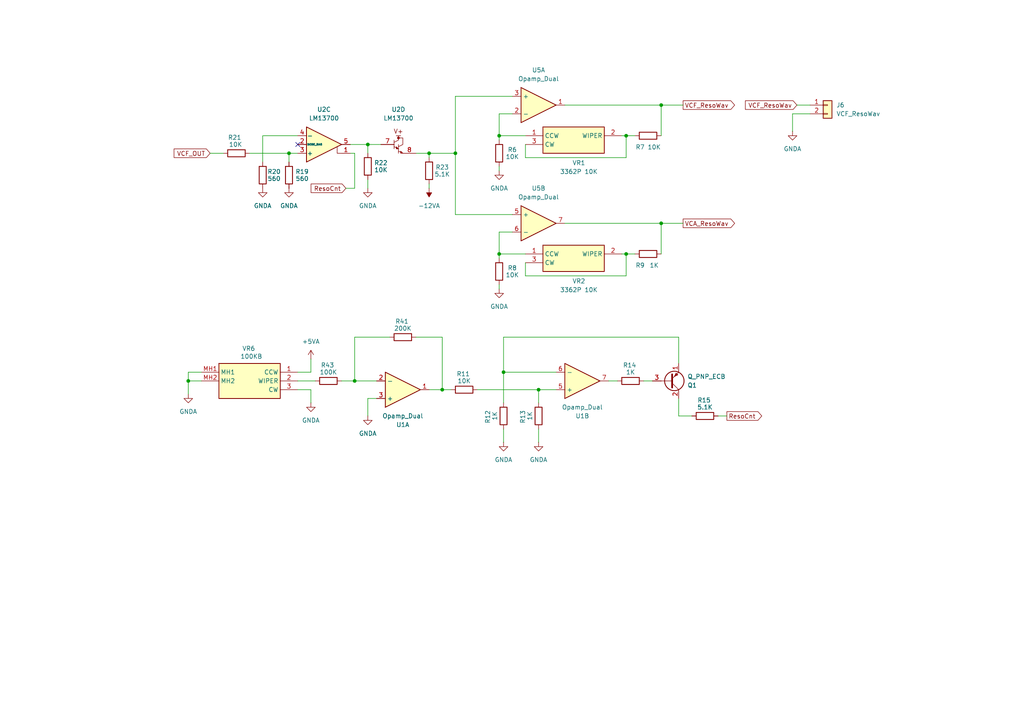
<source format=kicad_sch>
(kicad_sch (version 20250114) (generator "eeschema") (generator_version "9.0")
  (paper "A4")
  (lib_symbols
    (symbol "Amplifier_Operational:LM13700" (pin_names (offset 0.127))
      (property "Reference" "U" (at 3.81 5.08 0))
      (property "Value" "LM13700" (at 5.08 -5.08 0))
      (symbol "LM13700_1_1"
        (polyline (pts (xy 3.81 -0.635) (xy 3.81 -2.54) (xy 5.08 -2.54)))
        (polyline (pts (xy 5.08 0) (xy -5.08 -5.08) (xy -5.08 5.08) (xy 5.08 0)) (stroke (width 0.254)) (fill (type background)))
        (pin input line (at -7.62 2.54 0) (length 2.54) (name "-") (number "13"))
        (pin input line (at -7.62 0 0) (length 2.54) (name "DIODE_BIAS") (number "15"))
        (pin input line (at -7.62 -2.54 0) (length 2.54) (name "+") (number "14"))
        (pin output line (at 7.62 0 180) (length 2.54) (name "~") (number "12"))
        (pin input line (at 7.62 -2.54 180) (length 2.54) (name "~") (number "16"))
      )
      (symbol "LM13700_2_0"
        (polyline (pts (xy -1.905 2.54) (xy -3.175 2.54)))
      )
      (symbol "LM13700_2_1"
        (polyline (pts (xy -3.81 1.27) (xy -3.81 -1.27)))
        (polyline (pts (xy -3.81 0.635) (xy -2.54 1.27) (xy -2.54 1.905) (xy -2.54 2.54)))
        (polyline (pts (xy -3.81 -0.635) (xy -2.54 -1.27)))
        (circle (center -2.54 1.905) (radius 0.254) (stroke (width 0.254)) (fill (type outline)))
        (polyline (pts (xy -2.54 0) (xy -2.54 -2.54)))
        (polyline (pts (xy -2.54 -0.635) (xy -1.27 0) (xy -1.27 1.905) (xy -2.54 1.905)))
        (polyline (pts (xy -2.54 -1.27) (xy -3.175 -0.635) (xy -3.175 -1.27) (xy -2.54 -1.27)) (fill (type outline)))
        (polyline (pts (xy -2.54 -1.905) (xy -1.27 -2.54)))
        (polyline (pts (xy -1.27 -2.54) (xy -1.905 -1.905) (xy -1.905 -2.54) (xy -1.27 -2.54)) (fill (type outline)))
        (text "V+" (at -2.54 3.81 0) (effects (font (size 1.27 1.27))))
        (pin input line (at -7.62 0 0) (length 3.81) (name "~") (number "10"))
        (pin output line (at 2.54 -2.54 180) (length 3.81) (name "~") (number "9"))
      )
      (symbol "LM13700_3_1"
        (polyline (pts (xy 3.81 -0.635) (xy 3.81 -2.54) (xy 5.08 -2.54)))
        (polyline (pts (xy 5.08 0) (xy -5.08 -5.08) (xy -5.08 5.08) (xy 5.08 0)) (stroke (width 0.254)) (fill (type background)))
        (pin input line (at -7.62 2.54 0) (length 2.54) (name "-") (number "4"))
        (pin input line (at -7.62 0 0) (length 2.54) (name "DIODE_BIAS") (number "2"))
        (pin input line (at -7.62 -2.54 0) (length 2.54) (name "+") (number "3"))
        (pin output line (at 7.62 0 180) (length 2.54) (name "~") (number "5"))
        (pin input line (at 7.62 -2.54 180) (length 2.54) (name "~") (number "1"))
      )
      (symbol "LM13700_4_0"
        (polyline (pts (xy -3.175 2.54) (xy -1.905 2.54)))
        (text "V+" (at -2.54 3.81 0) (effects (font (size 1.27 1.27))))
      )
      (symbol "LM13700_4_1"
        (polyline (pts (xy -3.81 1.27) (xy -3.81 -1.27)))
        (polyline (pts (xy -3.81 0.635) (xy -2.54 1.27) (xy -2.54 2.54)))
        (polyline (pts (xy -3.81 -0.635) (xy -2.54 -1.27)))
        (circle (center -2.54 1.905) (radius 0.254) (stroke (width 0.254)) (fill (type outline)))
        (polyline (pts (xy -2.54 0) (xy -2.54 -2.54)))
        (polyline (pts (xy -2.54 -0.635) (xy -1.27 0) (xy -1.27 1.905) (xy -2.54 1.905)))
        (polyline (pts (xy -2.54 -1.27) (xy -3.175 -0.635) (xy -3.175 -1.27) (xy -2.54 -1.27)) (fill (type outline)))
        (polyline (pts (xy -2.54 -1.905) (xy -1.27 -2.54)))
        (polyline (pts (xy -1.27 -2.54) (xy -1.905 -1.905) (xy -1.905 -2.54) (xy -1.27 -2.54)) (fill (type outline)))
        (pin input line (at -7.62 0 0) (length 3.81) (name "~") (number "7"))
        (pin output line (at 2.54 -2.54 180) (length 3.81) (name "~") (number "8"))
      )
      (symbol "LM13700_5_1"
        (pin power_in line (at -2.54 7.62 270) (length 3.81) (name "V+") (number "11"))
        (pin power_in line (at -2.54 -7.62 90) (length 3.81) (name "V-") (number "6"))
      )
    )
    (symbol "Connector_Generic:Conn_01x02" (pin_names (offset 1.016) (hide yes))
      (property "Reference" "J" (at 0 2.54 0))
      (property "Value" "Conn_01x02" (at 0 -5.08 0))
      (symbol "Conn_01x02_1_1"
        (rectangle (start -1.27 1.27) (end 1.27 -3.81) (stroke (width 0.254)) (fill (type background)))
        (rectangle (start -1.27 0.127) (end 0 -0.127) (stroke (width 0.1524)))
        (rectangle (start -1.27 -2.413) (end 0 -2.667) (stroke (width 0.1524)))
        (pin passive line (at -5.08 0 0) (length 3.81) (name "Pin_1") (number "1"))
        (pin passive line (at -5.08 -2.54 0) (length 3.81) (name "Pin_2") (number "2"))
      )
    )
    (symbol "Device:Opamp_Dual"
      (property "Reference" "U" (at 0 5.08 0))
      (property "Value" "Opamp_Dual" (at 0 -5.08 0))
      (symbol "Opamp_Dual_1_1"
        (polyline (pts (xy -5.08 5.08) (xy 5.08 0) (xy -5.08 -5.08) (xy -5.08 5.08)) (stroke (width 0.254)) (fill (type background)))
        (pin input line (at -7.62 2.54 0) (length 2.54) (name "+") (number "3"))
        (pin input line (at -7.62 -2.54 0) (length 2.54) (name "-") (number "2"))
        (pin output line (at 7.62 0 180) (length 2.54) (name "~") (number "1"))
      )
      (symbol "Opamp_Dual_2_1"
        (polyline (pts (xy -5.08 5.08) (xy 5.08 0) (xy -5.08 -5.08) (xy -5.08 5.08)) (stroke (width 0.254)) (fill (type background)))
        (pin input line (at -7.62 2.54 0) (length 2.54) (name "+") (number "5"))
        (pin input line (at -7.62 -2.54 0) (length 2.54) (name "-") (number "6"))
        (pin output line (at 7.62 0 180) (length 2.54) (name "~") (number "7"))
      )
      (symbol "Opamp_Dual_3_1"
        (pin power_in line (at -2.54 7.62 270) (length 3.81) (name "V+") (number "8"))
        (pin power_in line (at -2.54 -7.62 90) (length 3.81) (name "V-") (number "4"))
      )
    )
    (symbol "Device:R" (pin_numbers (hide yes)) (pin_names (offset 0))
      (property "Reference" "R" (at 2.032 0 90))
      (property "Value" "R" (at 0 0 90))
      (symbol "R_0_1"
        (rectangle (start -1.016 -2.54) (end 1.016 2.54) (stroke (width 0.254)))
      )
      (symbol "R_1_1"
        (pin passive line (at 0 3.81 270) (length 1.27) (name "~") (number "1"))
        (pin passive line (at 0 -3.81 90) (length 1.27) (name "~") (number "2"))
      )
    )
    (symbol "SamacSys_Parts:3362P-1-103LF"
      (property "Reference" "VR" (at 24.13 7.62 0))
      (property "Value" "3362P-1-103LF" (at 24.13 5.08 0))
      (symbol "3362P-1-103LF_1_1"
        (rectangle (start 5.08 2.54) (end 22.86 -5.08) (stroke (width 0.254)) (fill (type background)))
        (pin passive line (at 0 0 0) (length 5.08) (name "CCW") (number "1"))
        (pin passive line (at 0 -2.54 0) (length 5.08) (name "CW") (number "3"))
        (pin passive line (at 27.94 0 180) (length 5.08) (name "WIPER") (number "2"))
      )
    )
    (symbol "SamacSys_Parts:RK09D117000B"
      (property "Reference" "VR" (at 24.13 7.62 0))
      (property "Value" "RK09D117000B" (at 24.13 5.08 0))
      (symbol "RK09D117000B_1_1"
        (rectangle (start 5.08 2.54) (end 22.86 -7.62) (stroke (width 0.254)) (fill (type background)))
        (pin passive line (at 0 0 0) (length 5.08) (name "CCW") (number "1"))
        (pin passive line (at 0 -2.54 0) (length 5.08) (name "WIPER") (number "2"))
        (pin passive line (at 0 -5.08 0) (length 5.08) (name "CW") (number "3"))
        (pin passive line (at 27.94 0 180) (length 5.08) (name "MH1") (number "MH1"))
        (pin passive line (at 27.94 -2.54 180) (length 5.08) (name "MH2") (number "MH2"))
      )
    )
    (symbol "Transistor_BJT:Q_PNP_ECB" (pin_names (offset 0) (hide yes))
      (property "Reference" "Q" (at 5.08 1.27 0))
      (property "Value" "Q_PNP_ECB" (at 5.08 -1.27 0))
      (symbol "Q_PNP_ECB_0_1"
        (polyline (pts (xy -2.54 0) (xy 0.635 0)))
        (polyline (pts (xy 0.635 1.905) (xy 0.635 -1.905)) (stroke (width 0.508)))
        (polyline (pts (xy 0.635 0.635) (xy 2.54 2.54)))
        (polyline (pts (xy 0.635 -0.635) (xy 2.54 -2.54)))
        (circle (center 1.27 0) (radius 2.8194) (stroke (width 0.254)))
        (polyline (pts (xy 2.286 -1.778) (xy 1.778 -2.286) (xy 1.27 -1.27) (xy 2.286 -1.778)) (fill (type outline)))
      )
      (symbol "Q_PNP_ECB_1_1"
        (pin input line (at -5.08 0 0) (length 2.54) (name "B") (number "3"))
        (pin passive line (at 2.54 5.08 270) (length 2.54) (name "C") (number "2"))
        (pin passive line (at 2.54 -5.08 90) (length 2.54) (name "E") (number "1"))
      )
    )
    (symbol "power:+5VA" (power) (pin_numbers (hide yes)) (pin_names (offset 0) (hide yes))
      (property "Value" "+5VA" (at 0 3.556 0))
      (symbol "+5VA_0_1"
        (polyline (pts (xy -0.762 1.27) (xy 0 2.54)))
        (polyline (pts (xy 0 2.54) (xy 0.762 1.27)))
        (polyline (pts (xy 0 0) (xy 0 2.54)))
      )
      (symbol "+5VA_1_1"
        (pin power_in line (at 0 0 90) (length 0) (name "~") (number "1"))
      )
    )
    (symbol "power:-12VA" (power) (pin_numbers (hide yes)) (pin_names (offset 0) (hide yes))
      (property "Value" "-12VA" (at 0 3.556 0))
      (symbol "-12VA_0_0"
        (pin power_in line (at 0 0 90) (length 0) (name "~") (number "1"))
      )
      (symbol "-12VA_0_1"
        (polyline (pts (xy 0 0) (xy 0 1.27) (xy 0.762 1.27) (xy 0 2.54) (xy -0.762 1.27) (xy 0 1.27)) (fill (type outline)))
      )
    )
    (symbol "power:GNDA" (power) (pin_numbers (hide yes)) (pin_names (offset 0) (hide yes))
      (property "Value" "GNDA" (at 0 -3.81 0))
      (symbol "GNDA_0_1"
        (polyline (pts (xy 0 0) (xy 0 -1.27) (xy 1.27 -1.27) (xy 0 -2.54) (xy -1.27 -1.27) (xy 0 -1.27)))
      )
      (symbol "GNDA_1_1"
        (pin power_in line (at 0 0 270) (length 0) (name "~") (number "1"))
      )
    )
  )
  (junction (at 83.82 44.45))
  (junction (at 144.78 39.37))
  (junction (at 191.77 30.48))
  (junction (at 181.61 73.66))
  (junction (at 128.27 113.03))
  (junction (at 124.46 44.45))
  (junction (at 191.77 64.77))
  (junction (at 132.08 44.45))
  (junction (at 144.78 73.66))
  (junction (at 181.61 39.37))
  (junction (at 102.87 110.49))
  (junction (at 106.68 41.91))
  (junction (at 146.05 107.95))
  (junction (at 54.61 110.49))
  (junction (at 156.21 113.03))
  (no_connect (at 86.36 41.91))
  (wire (pts (xy 124.46 44.45) (xy 120.65 44.45)))
  (wire (pts (xy 132.08 62.23) (xy 132.08 44.45)))
  (wire (pts (xy 148.59 62.23) (xy 132.08 62.23)))
  (wire (pts (xy 146.05 124.46) (xy 146.05 128.27)))
  (wire (pts (xy 144.78 73.66) (xy 152.4 73.66)))
  (wire (pts (xy 144.78 82.55) (xy 144.78 83.82)))
  (wire (pts (xy 229.87 33.02) (xy 229.87 38.1)))
  (wire (pts (xy 181.61 73.66) (xy 180.34 73.66)))
  (wire (pts (xy 120.65 97.79) (xy 128.27 97.79)))
  (wire (pts (xy 196.85 120.65) (xy 196.85 115.57)))
  (wire (pts (xy 181.61 39.37) (xy 184.15 39.37)))
  (wire (pts (xy 124.46 53.34) (xy 124.46 54.61)))
  (wire (pts (xy 231.14 30.48) (xy 234.95 30.48)))
  (wire (pts (xy 191.77 30.48) (xy 198.12 30.48)))
  (wire (pts (xy 181.61 80.01) (xy 181.61 73.66)))
  (wire (pts (xy 234.95 33.02) (xy 229.87 33.02)))
  (wire (pts (xy 106.68 115.57) (xy 106.68 120.65)))
  (wire (pts (xy 124.46 45.72) (xy 124.46 44.45)))
  (wire (pts (xy 152.4 41.91) (xy 152.4 45.72)))
  (wire (pts (xy 176.53 110.49) (xy 179.07 110.49)))
  (wire (pts (xy 148.59 33.02) (xy 144.78 33.02)))
  (wire (pts (xy 163.83 64.77) (xy 191.77 64.77)))
  (wire (pts (xy 58.42 110.49) (xy 54.61 110.49)))
  (wire (pts (xy 138.43 113.03) (xy 156.21 113.03)))
  (wire (pts (xy 152.4 76.2) (xy 152.4 80.01)))
  (wire (pts (xy 90.17 107.95) (xy 86.36 107.95)))
  (wire (pts (xy 156.21 124.46) (xy 156.21 128.27)))
  (wire (pts (xy 113.03 97.79) (xy 102.87 97.79)))
  (wire (pts (xy 54.61 110.49) (xy 54.61 114.3)))
  (wire (pts (xy 102.87 97.79) (xy 102.87 110.49)))
  (wire (pts (xy 191.77 39.37) (xy 191.77 30.48)))
  (wire (pts (xy 144.78 39.37) (xy 144.78 40.64)))
  (wire (pts (xy 191.77 64.77) (xy 198.12 64.77)))
  (wire (pts (xy 144.78 67.31) (xy 144.78 73.66)))
  (wire (pts (xy 83.82 44.45) (xy 83.82 46.99)))
  (wire (pts (xy 106.68 41.91) (xy 101.6 41.91)))
  (wire (pts (xy 106.68 41.91) (xy 106.68 44.45)))
  (wire (pts (xy 144.78 39.37) (xy 152.4 39.37)))
  (wire (pts (xy 181.61 73.66) (xy 184.15 73.66)))
  (wire (pts (xy 76.2 39.37) (xy 76.2 46.99)))
  (wire (pts (xy 102.87 54.61) (xy 100.33 54.61)))
  (wire (pts (xy 101.6 44.45) (xy 102.87 44.45)))
  (wire (pts (xy 86.36 113.03) (xy 90.17 113.03)))
  (wire (pts (xy 106.68 52.07) (xy 106.68 54.61)))
  (wire (pts (xy 146.05 107.95) (xy 146.05 116.84)))
  (wire (pts (xy 124.46 113.03) (xy 128.27 113.03)))
  (wire (pts (xy 102.87 110.49) (xy 109.22 110.49)))
  (wire (pts (xy 191.77 30.48) (xy 163.83 30.48)))
  (wire (pts (xy 144.78 67.31) (xy 148.59 67.31)))
  (wire (pts (xy 132.08 27.94) (xy 148.59 27.94)))
  (wire (pts (xy 191.77 73.66) (xy 191.77 64.77)))
  (wire (pts (xy 196.85 97.79) (xy 146.05 97.79)))
  (wire (pts (xy 156.21 113.03) (xy 156.21 116.84)))
  (wire (pts (xy 200.66 120.65) (xy 196.85 120.65)))
  (wire (pts (xy 99.06 110.49) (xy 102.87 110.49)))
  (wire (pts (xy 102.87 44.45) (xy 102.87 54.61)))
  (wire (pts (xy 106.68 115.57) (xy 109.22 115.57)))
  (wire (pts (xy 86.36 39.37) (xy 76.2 39.37)))
  (wire (pts (xy 128.27 113.03) (xy 128.27 97.79)))
  (wire (pts (xy 181.61 45.72) (xy 181.61 39.37)))
  (wire (pts (xy 186.69 110.49) (xy 189.23 110.49)))
  (wire (pts (xy 128.27 113.03) (xy 130.81 113.03)))
  (wire (pts (xy 152.4 45.72) (xy 181.61 45.72)))
  (wire (pts (xy 196.85 105.41) (xy 196.85 97.79)))
  (wire (pts (xy 146.05 97.79) (xy 146.05 107.95)))
  (wire (pts (xy 54.61 107.95) (xy 54.61 110.49)))
  (wire (pts (xy 60.96 44.45) (xy 64.77 44.45)))
  (wire (pts (xy 90.17 104.14) (xy 90.17 107.95)))
  (wire (pts (xy 86.36 44.45) (xy 83.82 44.45)))
  (wire (pts (xy 210.82 120.65) (xy 208.28 120.65)))
  (wire (pts (xy 161.29 107.95) (xy 146.05 107.95)))
  (wire (pts (xy 181.61 39.37) (xy 180.34 39.37)))
  (wire (pts (xy 132.08 44.45) (xy 132.08 27.94)))
  (wire (pts (xy 58.42 107.95) (xy 54.61 107.95)))
  (wire (pts (xy 144.78 48.26) (xy 144.78 49.53)))
  (wire (pts (xy 161.29 113.03) (xy 156.21 113.03)))
  (wire (pts (xy 144.78 33.02) (xy 144.78 39.37)))
  (wire (pts (xy 90.17 113.03) (xy 90.17 116.84)))
  (wire (pts (xy 124.46 44.45) (xy 132.08 44.45)))
  (wire (pts (xy 110.49 41.91) (xy 106.68 41.91)))
  (wire (pts (xy 86.36 110.49) (xy 91.44 110.49)))
  (wire (pts (xy 152.4 80.01) (xy 181.61 80.01)))
  (wire (pts (xy 83.82 44.45) (xy 72.39 44.45)))
  (wire (pts (xy 144.78 73.66) (xy 144.78 74.93)))
  (global_label "ResoCnt" (shape input) (at 100.33 54.61 180) (property "Intersheetrefs" "${INTERSHEET_REFS}" (effects (hide yes))))
  (global_label "VCF_ResoWav" (shape input) (at 231.14 30.48 180) (property "Intersheetrefs" "${INTERSHEET_REFS}" (effects (hide yes))))
  (global_label "VCF_ResoWav" (shape output) (at 198.12 30.48 0) (property "Intersheetrefs" "${INTERSHEET_REFS}" (effects (hide yes))))
  (global_label "VCF_OUT" (shape input) (at 60.96 44.45 180) (property "Intersheetrefs" "${INTERSHEET_REFS}" (effects (hide yes))))
  (global_label "ResoCnt" (shape output) (at 210.82 120.65 0) (property "Intersheetrefs" "${INTERSHEET_REFS}" (effects (hide yes))))
  (global_label "VCA_ResoWav" (shape output) (at 198.12 64.77 0) (property "Intersheetrefs" "${INTERSHEET_REFS}" (effects (hide yes))))
  (symbol (lib_id "power:GNDA") (at 83.82 54.61 0) (mirror y) (unit 1)
    (property "Reference" "#PWR018" (effects (hide yes)))
    (property "Value" "GNDA" (at 83.82 59.69 0))
    (property "Description" "Power symbol creates a global label with name \"GNDA\" , analog ground" (effects (hide yes)))
  )
  (symbol (lib_id "SamacSys_Parts:RK09D117000B") (at 86.36 107.95 0) (mirror y) (unit 1)
    (property "Reference" "VR6" (at 72.136 101.092 0))
    (property "Value" "100KB" (at 72.898 103.378 0))
    (property "Footprint" "SamacSys_parts:RK09D117000B" (effects (hide yes)))
    (property "Datasheet" "https://tech.alpsalpine.com/prod/j/html/potentiometer/rotarypotentiometers/rk09k/rk09d117000b.html" (effects (hide yes)))
    (property "Description" "9-inch insulated shaft snap-in type RK09K/RK09D series" (effects (hide yes)))
    (property "Height" "30" (effects (hide yes)))
    (property "Manufacturer_Name" "ALPS Electric" (effects (hide yes)))
    (property "Manufacturer_Part_Number" "RK09D117000B" (effects (hide yes)))
    (property "Mouser Part Number" "688-RK09D117000B" (effects (hide yes)))
    (property "Mouser Price/Stock" "https://www.mouser.co.uk/ProductDetail/Alps-Alpine/RK09D117000B?qs=3cOf6TWd2rbc67829PEbEQ%3D%3D" (effects (hide yes)))
  )
  (symbol (lib_id "power:GNDA") (at 144.78 83.82 0) (mirror y) (unit 1)
    (property "Reference" "#PWR033" (effects (hide yes)))
    (property "Value" "GNDA" (at 144.78 88.9 0))
    (property "Description" "Power symbol creates a global label with name \"GNDA\" , analog ground" (effects (hide yes)))
  )
  (symbol (lib_id "Device:R") (at 76.2 50.8 0) (mirror x) (unit 1)
    (property "Reference" "R20" (at 79.502 49.784 0))
    (property "Value" "560" (at 79.502 51.816 0))
    (property "Footprint" "Resistor_THT:R_Axial_DIN0204_L3.6mm_D1.6mm_P7.62mm_Horizontal" (effects (hide yes)))
    (property "Description" "Resistor" (effects (hide yes)))
  )
  (symbol (lib_id "Connector_Generic:Conn_01x02") (at 240.03 30.48 0) (unit 1)
    (property "Reference" "J6" (at 242.57 30.4799 0) (effects (justify left)))
    (property "Value" "VCF_ResoWav" (at 242.57 33.0199 0) (effects (justify left)))
    (property "Footprint" "Connector_PinSocket_2.54mm:PinSocket_1x02_P2.54mm_Vertical" (effects (hide yes)))
    (property "Description" "Generic connector, single row, 01x02, script generated (kicad-library-utils/schlib/autogen/connector/)" (effects (hide yes)))
  )
  (symbol (lib_id "Device:R") (at 144.78 44.45 0) (mirror x) (unit 1)
    (property "Reference" "R6" (at 148.59 43.434 0))
    (property "Value" "10K" (at 148.59 45.466 0))
    (property "Footprint" "Resistor_THT:R_Axial_DIN0204_L3.6mm_D1.6mm_P7.62mm_Horizontal" (effects (hide yes)))
    (property "Description" "Resistor" (effects (hide yes)))
  )
  (symbol (lib_id "Device:Opamp_Dual") (at 156.21 64.77 0) (unit 2)
    (property "Reference" "U5" (at 156.21 54.61 0))
    (property "Value" "Opamp_Dual" (at 156.21 57.15 0))
    (property "Footprint" "Package_DIP:DIP-8_W7.62mm_Socket_LongPads" (effects (hide yes)))
    (property "Description" "Dual operational amplifier" (effects (hide yes)))
    (property "Sim.Library" "${KICAD9_SYMBOL_DIR}/Simulation_SPICE.sp" (effects (hide yes)))
    (property "Sim.Name" "kicad_builtin_opamp_dual" (effects (hide yes)))
    (property "Sim.Device" "SUBCKT" (effects (hide yes)))
    (property "Sim.Pins" "1=out1 2=in1- 3=in1+ 4=vee 5=in2+ 6=in2- 7=out2 8=vcc" (effects (hide yes)))
  )
  (symbol (lib_id "Device:R") (at 187.96 73.66 90) (mirror x) (unit 1)
    (property "Reference" "R9" (at 185.674 76.962 90))
    (property "Value" "1K" (at 189.738 76.962 90))
    (property "Footprint" "Resistor_THT:R_Axial_DIN0204_L3.6mm_D1.6mm_P7.62mm_Horizontal" (effects (hide yes)))
    (property "Description" "Resistor" (effects (hide yes)))
  )
  (symbol (lib_id "Device:R") (at 146.05 120.65 180) (unit 1)
    (property "Reference" "R12" (at 141.478 120.904 90))
    (property "Value" "1K" (at 143.51 120.65 90))
    (property "Footprint" "Resistor_THT:R_Axial_DIN0204_L3.6mm_D1.6mm_P7.62mm_Horizontal" (effects (hide yes)))
    (property "Description" "Resistor" (effects (hide yes)))
  )
  (symbol (lib_id "power:GNDA") (at 146.05 128.27 0) (unit 1)
    (property "Reference" "#PWR030" (effects (hide yes)))
    (property "Value" "GNDA" (at 146.05 133.35 0))
    (property "Description" "Power symbol creates a global label with name \"GNDA\" , analog ground" (effects (hide yes)))
  )
  (symbol (lib_id "Device:R") (at 187.96 39.37 90) (mirror x) (unit 1)
    (property "Reference" "R7" (at 185.674 42.672 90))
    (property "Value" "10K" (at 189.738 42.672 90))
    (property "Footprint" "Resistor_THT:R_Axial_DIN0204_L3.6mm_D1.6mm_P7.62mm_Horizontal" (effects (hide yes)))
    (property "Description" "Resistor" (effects (hide yes)))
  )
  (symbol (lib_id "SamacSys_Parts:3362P-1-103LF") (at 152.4 39.37 0) (unit 1)
    (property "Reference" "VR1" (at 167.894 47.244 0))
    (property "Value" "3362P 10K" (at 167.894 49.784 0))
    (property "Footprint" "SamacSys_parts:3362P_1" (effects (hide yes)))
    (property "Datasheet" "https://datasheet.datasheetarchive.com/originals/distributors/SFDatasheet-6/sf-000139931.pdf" (effects (hide yes)))
    (property "Description" "10k, Through Hole Trimmer Potentiometer 0.5W Top Adjust Bourns, 3362" (effects (hide yes)))
    (property "Manufacturer_Name" "Bourns" (effects (hide yes)))
    (property "Manufacturer_Part_Number" "3362P-1-103LF" (effects (hide yes)))
    (property "Mouser Part Number" "652-3362P-1-103LF" (effects (hide yes)))
    (property "Mouser Price/Stock" "https://www.mouser.co.uk/ProductDetail/Bourns/3362P-1-103LF?qs=tS7CBNq%252BQ07BavGNEQud%252BA%3D%3D" (effects (hide yes)))
    (property "Arrow Part Number" "3362P-1-103LF" (effects (hide yes)))
    (property "Arrow Price/Stock" "https://www.arrow.com/en/products/3362p-1-103lf/bourns?utm_currency=USD&region=nac" (effects (hide yes)))
  )
  (symbol (lib_id "power:+5VA") (at 90.17 104.14 0) (unit 1)
    (property "Reference" "#PWR044" (effects (hide yes)))
    (property "Value" "+5VA" (at 90.17 99.06 0))
    (property "Description" "Power symbol creates a global label with name \"+5VA\"" (effects (hide yes)))
  )
  (symbol (lib_id "power:GNDA") (at 106.68 54.61 0) (mirror y) (unit 1)
    (property "Reference" "#PWR022" (effects (hide yes)))
    (property "Value" "GNDA" (at 106.68 59.69 0))
    (property "Description" "Power symbol creates a global label with name \"GNDA\" , analog ground" (effects (hide yes)))
  )
  (symbol (lib_id "Device:Opamp_Dual") (at 156.21 30.48 0) (unit 1)
    (property "Reference" "U5" (at 156.21 20.32 0))
    (property "Value" "Opamp_Dual" (at 156.21 22.86 0))
    (property "Footprint" "Package_DIP:DIP-8_W7.62mm_Socket_LongPads" (effects (hide yes)))
    (property "Description" "Dual operational amplifier" (effects (hide yes)))
    (property "Sim.Library" "${KICAD9_SYMBOL_DIR}/Simulation_SPICE.sp" (effects (hide yes)))
    (property "Sim.Name" "kicad_builtin_opamp_dual" (effects (hide yes)))
    (property "Sim.Device" "SUBCKT" (effects (hide yes)))
    (property "Sim.Pins" "1=out1 2=in1- 3=in1+ 4=vee 5=in2+ 6=in2- 7=out2 8=vcc" (effects (hide yes)))
  )
  (symbol (lib_id "Device:R") (at 124.46 49.53 0) (mirror x) (unit 1)
    (property "Reference" "R23" (at 128.27 48.514 0))
    (property "Value" "5.1K" (at 128.27 50.546 0))
    (property "Footprint" "Resistor_THT:R_Axial_DIN0204_L3.6mm_D1.6mm_P7.62mm_Horizontal" (effects (hide yes)))
    (property "Description" "Resistor" (effects (hide yes)))
  )
  (symbol (lib_id "Amplifier_Operational:LM13700") (at 118.11 41.91 0) (unit 4)
    (property "Reference" "U2" (at 115.57 31.75 0))
    (property "Value" "LM13700" (at 115.57 34.29 0))
    (property "Footprint" "Package_DIP:DIP-16_W7.62mm_LongPads" (effects (hide yes)))
    (property "Datasheet" "http://www.ti.com/lit/ds/symlink/lm13700.pdf" (effects (hide yes)))
    (property "Description" "Dual Operational Transconductance Amplifiers with Linearizing Diodes and Buffers, DIP-16/SOIC-16" (effects (hide yes)))
  )
  (symbol (lib_id "power:GNDA") (at 144.78 49.53 0) (mirror y) (unit 1)
    (property "Reference" "#PWR032" (effects (hide yes)))
    (property "Value" "GNDA" (at 144.78 54.61 0))
    (property "Description" "Power symbol creates a global label with name \"GNDA\" , analog ground" (effects (hide yes)))
  )
  (symbol (lib_id "power:GNDA") (at 76.2 54.61 0) (mirror y) (unit 1)
    (property "Reference" "#PWR019" (effects (hide yes)))
    (property "Value" "GNDA" (at 76.2 59.69 0))
    (property "Description" "Power symbol creates a global label with name \"GNDA\" , analog ground" (effects (hide yes)))
  )
  (symbol (lib_id "Device:R") (at 95.25 110.49 90) (unit 1)
    (property "Reference" "R43" (at 94.996 105.918 90))
    (property "Value" "100K" (at 95.25 107.95 90))
    (property "Footprint" "Resistor_THT:R_Axial_DIN0204_L3.6mm_D1.6mm_P7.62mm_Horizontal" (effects (hide yes)))
    (property "Description" "Resistor" (effects (hide yes)))
  )
  (symbol (lib_id "Device:R") (at 134.62 113.03 90) (unit 1)
    (property "Reference" "R11" (at 134.366 108.458 90))
    (property "Value" "10K" (at 134.62 110.49 90))
    (property "Footprint" "Resistor_THT:R_Axial_DIN0204_L3.6mm_D1.6mm_P7.62mm_Horizontal" (effects (hide yes)))
    (property "Description" "Resistor" (effects (hide yes)))
  )
  (symbol (lib_id "power:GNDA") (at 106.68 120.65 0) (unit 1)
    (property "Reference" "#PWR046" (effects (hide yes)))
    (property "Value" "GNDA" (at 106.68 125.73 0))
    (property "Description" "Power symbol creates a global label with name \"GNDA\" , analog ground" (effects (hide yes)))
  )
  (symbol (lib_id "power:GNDA") (at 156.21 128.27 0) (unit 1)
    (property "Reference" "#PWR031" (effects (hide yes)))
    (property "Value" "GNDA" (at 156.21 133.35 0))
    (property "Description" "Power symbol creates a global label with name \"GNDA\" , analog ground" (effects (hide yes)))
  )
  (symbol (lib_id "Device:R") (at 144.78 78.74 0) (mirror x) (unit 1)
    (property "Reference" "R8" (at 148.59 77.724 0))
    (property "Value" "10K" (at 148.59 79.756 0))
    (property "Footprint" "Resistor_THT:R_Axial_DIN0204_L3.6mm_D1.6mm_P7.62mm_Horizontal" (effects (hide yes)))
    (property "Description" "Resistor" (effects (hide yes)))
  )
  (symbol (lib_id "power:GNDA") (at 54.61 114.3 0) (unit 1)
    (property "Reference" "#PWR043" (effects (hide yes)))
    (property "Value" "GNDA" (at 54.61 119.38 0))
    (property "Description" "Power symbol creates a global label with name \"GNDA\" , analog ground" (effects (hide yes)))
  )
  (symbol (lib_id "Device:R") (at 182.88 110.49 90) (unit 1)
    (property "Reference" "R14" (at 182.626 105.918 90))
    (property "Value" "1K" (at 182.88 107.95 90))
    (property "Footprint" "Resistor_THT:R_Axial_DIN0204_L3.6mm_D1.6mm_P7.62mm_Horizontal" (effects (hide yes)))
    (property "Description" "Resistor" (effects (hide yes)))
  )
  (symbol (lib_id "Device:R") (at 116.84 97.79 90) (unit 1)
    (property "Reference" "R41" (at 116.586 93.218 90))
    (property "Value" "200K" (at 116.84 95.25 90))
    (property "Footprint" "Resistor_THT:R_Axial_DIN0204_L3.6mm_D1.6mm_P7.62mm_Horizontal" (effects (hide yes)))
    (property "Description" "Resistor" (effects (hide yes)))
  )
  (symbol (lib_id "Device:R") (at 106.68 48.26 0) (mirror x) (unit 1)
    (property "Reference" "R22" (at 110.49 47.244 0))
    (property "Value" "10K" (at 110.49 49.276 0))
    (property "Footprint" "Resistor_THT:R_Axial_DIN0204_L3.6mm_D1.6mm_P7.62mm_Horizontal" (effects (hide yes)))
    (property "Description" "Resistor" (effects (hide yes)))
  )
  (symbol (lib_id "power:GNDA") (at 90.17 116.84 0) (unit 1)
    (property "Reference" "#PWR045" (effects (hide yes)))
    (property "Value" "GNDA" (at 90.17 121.92 0))
    (property "Description" "Power symbol creates a global label with name \"GNDA\" , analog ground" (effects (hide yes)))
  )
  (symbol (lib_id "Device:R") (at 156.21 120.65 180) (unit 1)
    (property "Reference" "R13" (at 151.638 120.904 90))
    (property "Value" "1K" (at 153.67 120.65 90))
    (property "Footprint" "Resistor_THT:R_Axial_DIN0204_L3.6mm_D1.6mm_P7.62mm_Horizontal" (effects (hide yes)))
    (property "Description" "Resistor" (effects (hide yes)))
  )
  (symbol (lib_id "power:GNDA") (at 229.87 38.1 0) (mirror y) (unit 1)
    (property "Reference" "#PWR034" (effects (hide yes)))
    (property "Value" "GNDA" (at 229.87 43.18 0))
    (property "Description" "Power symbol creates a global label with name \"GNDA\" , analog ground" (effects (hide yes)))
  )
  (symbol (lib_id "Device:R") (at 68.58 44.45 270) (mirror x) (unit 1)
    (property "Reference" "R21" (at 68.072 39.878 90))
    (property "Value" "10K" (at 68.326 41.91 90))
    (property "Footprint" "Resistor_THT:R_Axial_DIN0204_L3.6mm_D1.6mm_P7.62mm_Horizontal" (effects (hide yes)))
    (property "Description" "Resistor" (effects (hide yes)))
  )
  (symbol (lib_id "power:-12VA") (at 124.46 54.61 180) (unit 1)
    (property "Reference" "#PWR023" (effects (hide yes)))
    (property "Value" "-12VA" (at 124.46 59.69 0))
    (property "Description" "Power symbol creates a global label with name \"-12VA\"" (effects (hide yes)))
  )
  (symbol (lib_id "Device:R") (at 83.82 50.8 0) (mirror x) (unit 1)
    (property "Reference" "R19" (at 87.63 49.784 0))
    (property "Value" "560" (at 87.63 51.816 0))
    (property "Footprint" "Resistor_THT:R_Axial_DIN0204_L3.6mm_D1.6mm_P7.62mm_Horizontal" (effects (hide yes)))
    (property "Description" "Resistor" (effects (hide yes)))
  )
  (symbol (lib_id "Amplifier_Operational:LM13700") (at 93.98 41.91 0) (unit 3)
    (property "Reference" "U2" (at 93.98 31.75 0))
    (property "Value" "LM13700" (at 93.98 34.29 0))
    (property "Footprint" "Package_DIP:DIP-16_W7.62mm_LongPads" (effects (hide yes)))
    (property "Datasheet" "http://www.ti.com/lit/ds/symlink/lm13700.pdf" (effects (hide yes)))
    (property "Description" "Dual Operational Transconductance Amplifiers with Linearizing Diodes and Buffers, DIP-16/SOIC-16" (effects (hide yes)))
  )
  (symbol (lib_id "Device:R") (at 204.47 120.65 90) (unit 1)
    (property "Reference" "R15" (at 204.216 116.078 90))
    (property "Value" "5.1K" (at 204.47 118.11 90))
    (property "Footprint" "Resistor_THT:R_Axial_DIN0204_L3.6mm_D1.6mm_P7.62mm_Horizontal" (effects (hide yes)))
    (property "Description" "Resistor" (effects (hide yes)))
  )
  (symbol (lib_id "Device:Opamp_Dual") (at 116.84 113.03 0) (mirror x) (unit 1)
    (property "Reference" "U1" (at 116.84 123.19 0))
    (property "Value" "Opamp_Dual" (at 116.84 120.65 0))
    (property "Footprint" "Package_DIP:DIP-8_W7.62mm_LongPads" (effects (hide yes)))
    (property "Description" "Dual operational amplifier" (effects (hide yes)))
    (property "Sim.Library" "${KICAD9_SYMBOL_DIR}/Simulation_SPICE.sp" (effects (hide yes)))
    (property "Sim.Name" "kicad_builtin_opamp_dual" (effects (hide yes)))
    (property "Sim.Device" "SUBCKT" (effects (hide yes)))
    (property "Sim.Pins" "1=out1 2=in1- 3=in1+ 4=vee 5=in2+ 6=in2- 7=out2 8=vcc" (effects (hide yes)))
  )
  (symbol (lib_id "Transistor_BJT:Q_PNP_ECB") (at 194.31 110.49 0) (mirror x) (unit 1)
    (property "Reference" "Q1" (at 199.39 111.7601 0) (effects (justify left)))
    (property "Value" "Q_PNP_ECB" (at 199.39 109.2201 0) (effects (justify left)))
    (property "Footprint" "Package_TO_SOT_THT:TO-92_HandSolder" (effects (hide yes)))
    (property "Description" "PNP transistor, emitter/collector/base" (effects (hide yes)))
  )
  (symbol (lib_id "SamacSys_Parts:3362P-1-103LF") (at 152.4 73.66 0) (unit 1)
    (property "Reference" "VR2" (at 167.894 81.534 0))
    (property "Value" "3362P 10K" (at 167.894 84.074 0))
    (property "Footprint" "SamacSys_parts:3362P_1" (effects (hide yes)))
    (property "Datasheet" "https://datasheet.datasheetarchive.com/originals/distributors/SFDatasheet-6/sf-000139931.pdf" (effects (hide yes)))
    (property "Description" "10k, Through Hole Trimmer Potentiometer 0.5W Top Adjust Bourns, 3362" (effects (hide yes)))
    (property "Manufacturer_Name" "Bourns" (effects (hide yes)))
    (property "Manufacturer_Part_Number" "3362P-1-103LF" (effects (hide yes)))
    (property "Mouser Part Number" "652-3362P-1-103LF" (effects (hide yes)))
    (property "Mouser Price/Stock" "https://www.mouser.co.uk/ProductDetail/Bourns/3362P-1-103LF?qs=tS7CBNq%252BQ07BavGNEQud%252BA%3D%3D" (effects (hide yes)))
    (property "Arrow Part Number" "3362P-1-103LF" (effects (hide yes)))
    (property "Arrow Price/Stock" "https://www.arrow.com/en/products/3362p-1-103lf/bourns?utm_currency=USD&region=nac" (effects (hide yes)))
  )
  (symbol (lib_id "Device:Opamp_Dual") (at 168.91 110.49 0) (mirror x) (unit 2)
    (property "Reference" "U1" (at 168.91 120.65 0))
    (property "Value" "Opamp_Dual" (at 168.91 118.11 0))
    (property "Footprint" "Package_DIP:DIP-8_W7.62mm_LongPads" (effects (hide yes)))
    (property "Description" "Dual operational amplifier" (effects (hide yes)))
    (property "Sim.Library" "${KICAD9_SYMBOL_DIR}/Simulation_SPICE.sp" (effects (hide yes)))
    (property "Sim.Name" "kicad_builtin_opamp_dual" (effects (hide yes)))
    (property "Sim.Device" "SUBCKT" (effects (hide yes)))
    (property "Sim.Pins" "1=out1 2=in1- 3=in1+ 4=vee 5=in2+ 6=in2- 7=out2 8=vcc" (effects (hide yes)))
  )
)
</source>
